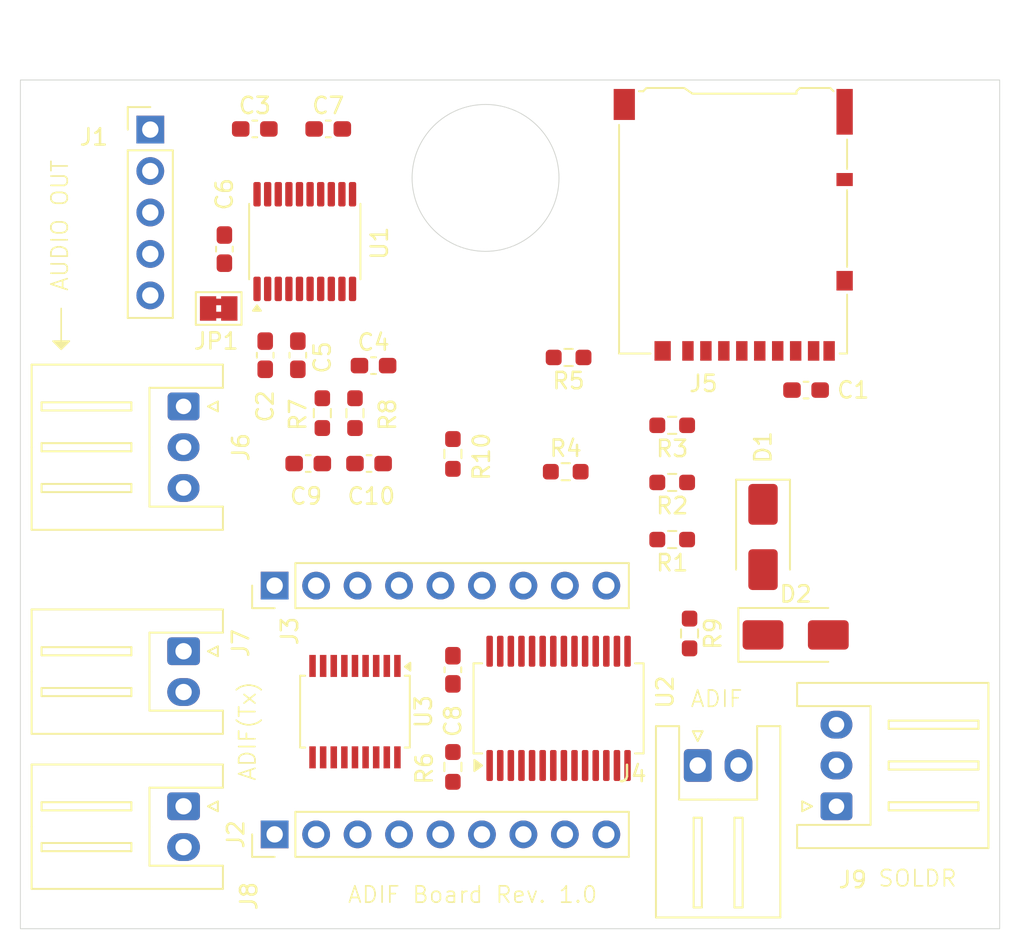
<source format=kicad_pcb>
(kicad_pcb (version 20241229) (generator "pcbnew") (generator_version "9.0")
  (layers (0 "F.Cu" signal) (2 "B.Cu" signal) (13 "F.Paste" user) (15 "B.Paste" user) (5 "F.SilkS" user "F.Silkscreen") (7 "B.SilkS" user "B.Silkscreen") (1 "F.Mask" user) (3 "B.Mask" user) (25 "Edge.Cuts" user))
  (net 0 "")
  (net 1 "+3V3")
  (net 2 "GND")
  (net 3 "GNDA")
  (net 4 "Net-(U1-VNEG)")
  (net 5 "Net-(U1-CAPP)")
  (net 6 "Net-(U1-CAPM)")
  (net 7 "Net-(U1-LDOO)")
  (net 8 "/AUDIO_OUT_L")
  (net 9 "/AUDIO_OUT_R")
  (net 10 "ACT_N")
  (net 11 "/I2S_BCLK")
  (net 12 "/I2S_LRCK")
  (net 13 "/I2S_DIN")
  (net 18 "/EXT_3SCL")
  (net 19 "/EXT_3SDA")
  (net 22 "/EXT_SPI_MISO")
  (net 23 "/EXT_SPI_SCK")
  (net 24 "/EXT_SPI_CS_N")
  (net 26 "/EXT_SPI_MOSI")
  (net 29 "Net-(J5-DAT1)")
  (net 30 "Net-(J5-DAT2)")
  (net 32 "Net-(J7-Pin_1)")
  (net 33 "Net-(J8-Pin_1)")
  (net 34 "Net-(J9-Pin_2)")
  (net 35 "Net-(J9-Pin_3)")
  (net 36 "Net-(U2-~{RESET})")
  (net 37 "Net-(U1-OUTL)")
  (net 38 "Net-(U1-OUTR)")
  (net 39 "MUTE_N")
  (net 42 "Net-(U2-GPA2)")
  (net 47 "Net-(U2-GPA4)")
  (net 56 "Net-(U2-GPA3)")
  (net 57 "Net-(U2-GPA1)")
  (footprint "Capacitor_SMD:C_0603_1608Metric_Pad1.08x0.95mm_HandSolder" (layer "F.Cu") (at 137.8625 86.5)
    (property "Reference" "C10" (at 0.1375 2 0) (layer "F.SilkS"))
    (property "Value" "2200p 50V")
    (fp_line (start -0.146267 -0.51) (end 0.146267 -0.51) (stroke (width 0.12)) (layer "F.SilkS"))
    (fp_line (start -0.146267 0.51) (end 0.146267 0.51) (stroke (width 0.12)) (layer "F.SilkS"))
    (pad "1" smd roundrect (at -0.8625 0) (size 1.075 0.95) (layers "F.Cu" "F.Mask" "F.Paste") (net 9 "/AUDIO_OUT_R"))
    (pad "2" smd roundrect (at 0.8625 0) (size 1.075 0.95) (layers "F.Cu" "F.Mask" "F.Paste") (net 3 "GNDA"))
  )
  (footprint "Package_SO:Texas_PW0020A_TSSOP-20_4.4x6.5mm_P0.65mm" (layer "F.Cu") (at 133.925 72.9 90)
    (property "Reference" "U1" (at -0.1 4.575 90) (layer "F.SilkS"))
    (property "Value" "PCM5102A")
    (fp_line (start -2.31 -3.41) (end 2.31 -3.41) (stroke (width 0.12)) (layer "F.SilkS"))
    (fp_line (start 2.31 3.41) (end -2.31 3.41) (stroke (width 0.12)) (layer "F.SilkS"))
    (fp_poly (pts (xy -3.91 -2.93) (xy -4.24 -2.69) (xy -4.24 -3.17)) (stroke (width 0.12)) (fill yes) (layer "F.SilkS"))
    (pad "1" smd roundrect (at -2.9 -2.925 90) (size 1.5 0.45) (layers "F.Cu" "F.Mask" "F.Paste") (net 1 "+3V3"))
    (pad "2" smd roundrect (at -2.9 -2.275 90) (size 1.5 0.45) (layers "F.Cu" "F.Mask" "F.Paste") (net 5 "Net-(U1-CAPP)"))
    (pad "3" smd roundrect (at -2.9 -1.625 90) (size 1.5 0.45) (layers "F.Cu" "F.Mask" "F.Paste") (net 3 "GNDA"))
    (pad "4" smd roundrect (at -2.9 -0.975 90) (size 1.5 0.45) (layers "F.Cu" "F.Mask" "F.Paste") (net 6 "Net-(U1-CAPM)"))
    (pad "5" smd roundrect (at -2.9 -0.325 90) (size 1.5 0.45) (layers "F.Cu" "F.Mask" "F.Paste") (net 4 "Net-(U1-VNEG)"))
    (pad "6" smd roundrect (at -2.9 0.325 90) (size 1.5 0.45) (layers "F.Cu" "F.Mask" "F.Paste") (net 37 "Net-(U1-OUTL)"))
    (pad "7" smd roundrect (at -2.9 0.975 90) (size 1.5 0.45) (layers "F.Cu" "F.Mask" "F.Paste") (net 38 "Net-(U1-OUTR)"))
    (pad "8" smd roundrect (at -2.9 1.625 90) (size 1.5 0.45) (layers "F.Cu" "F.Mask" "F.Paste") (net 1 "+3V3"))
    (pad "9" smd roundrect (at -2.9 2.275 90) (size 1.5 0.45) (layers "F.Cu" "F.Mask" "F.Paste") (net 3 "GNDA"))
    (pad "10" smd roundrect (at -2.9 2.925 90) (size 1.5 0.45) (layers "F.Cu" "F.Mask" "F.Paste") (net 3 "GNDA"))
    (pad "11" smd roundrect (at 2.9 2.925 90) (size 1.5 0.45) (layers "F.Cu" "F.Mask" "F.Paste") (net 3 "GNDA"))
    (pad "12" smd roundrect (at 2.9 2.275 90) (size 1.5 0.45) (layers "F.Cu" "F.Mask" "F.Paste") (net 3 "GNDA"))
    (pad "13" smd roundrect (at 2.9 1.625 90) (size 1.5 0.45) (layers "F.Cu" "F.Mask" "F.Paste") (net 11 "/I2S_BCLK"))
    (pad "14" smd roundrect (at 2.9 0.975 90) (size 1.5 0.45) (layers "F.Cu" "F.Mask" "F.Paste") (net 13 "/I2S_DIN"))
    (pad "15" smd roundrect (at 2.9 0.325 90) (size 1.5 0.45) (layers "F.Cu" "F.Mask" "F.Paste") (net 12 "/I2S_LRCK"))
    (pad "16" smd roundrect (at 2.9 -0.325 90) (size 1.5 0.45) (layers "F.Cu" "F.Mask" "F.Paste") (net 3 "GNDA"))
    (pad "17" smd roundrect (at 2.9 -0.975 90) (size 1.5 0.45) (layers "F.Cu" "F.Mask" "F.Paste") (net 39 "MUTE_N"))
    (pad "18" smd roundrect (at 2.9 -1.625 90) (size 1.5 0.45) (layers "F.Cu" "F.Mask" "F.Paste") (net 7 "Net-(U1-LDOO)"))
    (pad "19" smd roundrect (at 2.9 -2.275 90) (size 1.5 0.45) (layers "F.Cu" "F.Mask" "F.Paste") (net 3 "GNDA"))
    (pad "20" smd roundrect (at 2.9 -2.925 90) (size 1.5 0.45) (layers "F.Cu" "F.Mask" "F.Paste") (net 1 "+3V3"))
  )
  (footprint "Connector_PinHeader_2.54mm:PinHeader_1x05_P2.54mm_Vertical" (layer "F.Cu") (at 124.46 66.04)
    (property "Reference" "J1" (at -3.46 0.46 0) (layer "F.SilkS"))
    (property "Value" "Conn_01x05")
    (fp_line (start -1.38 -1.38) (end 0 -1.38) (stroke (width 0.12)) (layer "F.SilkS"))
    (fp_line (start -1.38 0) (end -1.38 -1.38) (stroke (width 0.12)) (layer "F.SilkS"))
    (fp_line (start -1.38 1.27) (end -1.38 11.54) (stroke (width 0.12)) (layer "F.SilkS"))
    (fp_line (start -1.38 1.27) (end 1.38 1.27) (stroke (width 0.12)) (layer "F.SilkS"))
    (fp_line (start -1.38 11.54) (end 1.38 11.54) (stroke (width 0.12)) (layer "F.SilkS"))
    (fp_line (start 1.38 1.27) (end 1.38 11.54) (stroke (width 0.12)) (layer "F.SilkS"))
    (pad "1" thru_hole rect (at 0 0) (size 1.7 1.7) (drill 1) (layers "*.Cu" "*.Mask") (net 1 "+3V3"))
    (pad "2" thru_hole circle (at 0 2.54) (size 1.7 1.7) (drill 1) (layers "*.Cu" "*.Mask") (net 2 "GND"))
    (pad "3" thru_hole circle (at 0 5.08) (size 1.7 1.7) (drill 1) (layers "*.Cu" "*.Mask") (net 11 "/I2S_BCLK"))
    (pad "4" thru_hole circle (at 0 7.62) (size 1.7 1.7) (drill 1) (layers "*.Cu" "*.Mask") (net 13 "/I2S_DIN"))
    (pad "5" thru_hole circle (at 0 10.16) (size 1.7 1.7) (drill 1) (layers "*.Cu" "*.Mask") (net 12 "/I2S_LRCK"))
  )
  (footprint "Capacitor_SMD:C_0603_1608Metric_Pad1.08x0.95mm_HandSolder" (layer "F.Cu") (at 133.5 79.8625 -90)
    (property "Reference" "C5" (at 0.1375 -1.5 90) (layer "F.SilkS"))
    (property "Value" "2.2u 50V")
    (fp_line (start -0.146267 0.51) (end 0.146267 0.51) (stroke (width 0.12)) (layer "F.SilkS"))
    (fp_line (start -0.146267 -0.51) (end 0.146267 -0.51) (stroke (width 0.12)) (layer "F.SilkS"))
    (pad "1" smd roundrect (at -0.8625 0 270) (size 1.075 0.95) (layers "F.Cu" "F.Mask" "F.Paste") (net 4 "Net-(U1-VNEG)"))
    (pad "2" smd roundrect (at 0.8625 0 270) (size 1.075 0.95) (layers "F.Cu" "F.Mask" "F.Paste") (net 3 "GNDA"))
  )
  (footprint "Connector_JST:JST_XH_S2B-XH-A_1x02_P2.50mm_Horizontal" (layer "F.Cu") (at 126.5 98 -90)
    (property "Reference" "J7" (at -0.5 -3.5 90) (layer "F.SilkS"))
    (property "Value" "S2B-XH-A")
    (fp_line (start -2.56 9.31) (end -2.56 -2.41) (stroke (width 0.12)) (layer "F.SilkS"))
    (fp_line (start 1.25 9.31) (end -2.56 9.31) (stroke (width 0.12)) (layer "F.SilkS"))
    (fp_line (start 1.25 9.31) (end 5.06 9.31) (stroke (width 0.12)) (layer "F.SilkS"))
    (fp_line (start 5.06 9.31) (end 5.06 -2.41) (stroke (width 0.12)) (layer "F.SilkS"))
    (fp_line (start -0.25 8.7) (end 0.25 8.7) (stroke (width 0.12)) (layer "F.SilkS"))
    (fp_line (start 0.25 8.7) (end 0.25 3.2) (stroke (width 0.12)) (layer "F.SilkS"))
    (fp_line (start 2.25 8.7) (end 2.75 8.7) (stroke (width 0.12)) (layer "F.SilkS"))
    (fp_line (start 2.75 8.7) (end 2.75 3.2) (stroke (width 0.12)) (layer "F.SilkS"))
    (fp_line (start -0.25 3.2) (end -0.25 8.7) (stroke (width 0.12)) (layer "F.SilkS"))
    (fp_line (start 0.25 3.2) (end -0.25 3.2) (stroke (width 0.12)) (layer "F.SilkS"))
    (fp_line (start 2.25 3.2) (end 2.25 8.7) (stroke (width 0.12)) (layer "F.SilkS"))
    (fp_line (start 2.75 3.2) (end 2.25 3.2) (stroke (width 0.12)) (layer "F.SilkS"))
    (fp_line (start -1.14 2.09) (end 1.25 2.09) (stroke (width 0.12)) (layer "F.SilkS"))
    (fp_line (start 3.64 2.09) (end 1.25 2.09) (stroke (width 0.12)) (layer "F.SilkS"))
    (fp_line (start 0 -1.5) (end -0.3 -2.1) (stroke (width 0.12)) (layer "F.SilkS"))
    (fp_line (start -0.3 -2.1) (end 0.3 -2.1) (stroke (width 0.12)) (layer "F.SilkS"))
    (fp_line (start 0.3 -2.1) (end 0 -1.5) (stroke (width 0.12)) (layer "F.SilkS"))
    (fp_line (start -2.56 -2.41) (end -1.14 -2.41) (stroke (width 0.12)) (layer "F.SilkS"))
    (fp_line (start -1.14 -2.41) (end -1.14 2.09) (stroke (width 0.12)) (layer "F.SilkS"))
    (fp_line (start 3.64 -2.41) (end 3.64 2.09) (stroke (width 0.12)) (layer "F.SilkS"))
    (fp_line (start 5.06 -2.41) (end 3.64 -2.41) (stroke (width 0.12)) (layer "F.SilkS"))
    (pad "1" thru_hole roundrect (at 0 0 270) (size 1.7 2) (drill 1) (layers "*.Cu" "*.Mask") (roundrect_rratio 0.147059) (net 32 "Net-(J7-Pin_1)"))
    (pad "2" thru_hole oval (at 2.5 0 270) (size 1.7 2) (drill 1) (layers "*.Cu" "*.Mask") (net 2 "GND"))
  )
  (footprint "Resistor_SMD:R_0603_1608Metric_Pad0.98x0.95mm_HandSolder" (layer "F.Cu") (at 157.5 96.9125 -90)
    (property "Reference" "R9" (at 0 -1.43 90) (layer "F.SilkS"))
    (property "Value" "10k")
    (fp_line (start -0.254724 0.5225) (end 0.254724 0.5225) (stroke (width 0.12)) (layer "F.SilkS"))
    (fp_line (start -0.254724 -0.5225) (end 0.254724 -0.5225) (stroke (width 0.12)) (layer "F.SilkS"))
    (pad "1" smd roundrect (at -0.9125 0 270) (size 0.975 0.95) (layers "F.Cu" "F.Mask" "F.Paste") (net 1 "+3V3"))
    (pad "2" smd roundrect (at 0.9125 0 270) (size 0.975 0.95) (layers "F.Cu" "F.Mask" "F.Paste") (net 10 "ACT_N"))
  )
  (footprint "Capacitor_SMD:C_0603_1608Metric_Pad1.08x0.95mm_HandSolder" (layer "F.Cu") (at 138.1375 80.5)
    (property "Reference" "C4" (at 0 -1.43 0) (layer "F.SilkS"))
    (property "Value" "0.1u 50V")
    (fp_line (start -0.146267 -0.51) (end 0.146267 -0.51) (stroke (width 0.12)) (layer "F.SilkS"))
    (fp_line (start -0.146267 0.51) (end 0.146267 0.51) (stroke (width 0.12)) (layer "F.SilkS"))
    (pad "1" smd roundrect (at -0.8625 0) (size 1.075 0.95) (layers "F.Cu" "F.Mask" "F.Paste") (net 1 "+3V3"))
    (pad "2" smd roundrect (at 0.8625 0) (size 1.075 0.95) (layers "F.Cu" "F.Mask" "F.Paste") (net 2 "GND"))
  )
  (footprint "Resistor_SMD:R_0603_1608Metric_Pad0.98x0.95mm_HandSolder" (layer "F.Cu") (at 156.435 91.157776 180)
    (property "Reference" "R1" (at 0 -1.43 0) (layer "F.SilkS"))
    (property "Value" "10k")
    (fp_line (start -0.254724 0.5225) (end 0.254724 0.5225) (stroke (width 0.12)) (layer "F.SilkS"))
    (fp_line (start -0.254724 -0.5225) (end 0.254724 -0.5225) (stroke (width 0.12)) (layer "F.SilkS"))
    (pad "1" smd roundrect (at -0.9125 0 180) (size 0.975 0.95) (layers "F.Cu" "F.Mask" "F.Paste") (net 1 "+3V3"))
    (pad "2" smd roundrect (at 0.9125 0 180) (size 0.975 0.95) (layers "F.Cu" "F.Mask" "F.Paste") (net 22 "/EXT_SPI_MISO"))
  )
  (footprint "Connector_JST:JST_XH_S2B-XH-A_1x02_P2.50mm_Horizontal" (layer "F.Cu") (at 126.5 107.5 -90)
    (property "Reference" "J8" (at 5.5 -4 90) (layer "F.SilkS"))
    (property "Value" "S2B-XH-A")
    (fp_line (start -2.56 9.31) (end -2.56 -2.41) (stroke (width 0.12)) (layer "F.SilkS"))
    (fp_line (start 1.25 9.31) (end -2.56 9.31) (stroke (width 0.12)) (layer "F.SilkS"))
    (fp_line (start 1.25 9.31) (end 5.06 9.31) (stroke (width 0.12)) (layer "F.SilkS"))
    (fp_line (start 5.06 9.31) (end 5.06 -2.41) (stroke (width 0.12)) (layer "F.SilkS"))
    (fp_line (start -0.25 8.7) (end 0.25 8.7) (stroke (width 0.12)) (layer "F.SilkS"))
    (fp_line (start 0.25 8.7) (end 0.25 3.2) (stroke (width 0.12)) (layer "F.SilkS"))
    (fp_line (start 2.25 8.7) (end 2.75 8.7) (stroke (width 0.12)) (layer "F.SilkS"))
    (fp_line (start 2.75 8.7) (end 2.75 3.2) (stroke (width 0.12)) (layer "F.SilkS"))
    (fp_line (start -0.25 3.2) (end -0.25 8.7) (stroke (width 0.12)) (layer "F.SilkS"))
    (fp_line (start 0.25 3.2) (end -0.25 3.2) (stroke (width 0.12)) (layer "F.SilkS"))
    (fp_line (start 2.25 3.2) (end 2.25 8.7) (stroke (width 0.12)) (layer "F.SilkS"))
    (fp_line (start 2.75 3.2) (end 2.25 3.2) (stroke (width 0.12)) (layer "F.SilkS"))
    (fp_line (start -1.14 2.09) (end 1.25 2.09) (stroke (width 0.12)) (layer "F.SilkS"))
    (fp_line (start 3.64 2.09) (end 1.25 2.09) (stroke (width 0.12)) (layer "F.SilkS"))
    (fp_line (start 0 -1.5) (end -0.3 -2.1) (stroke (width 0.12)) (layer "F.SilkS"))
    (fp_line (start -0.3 -2.1) (end 0.3 -2.1) (stroke (width 0.12)) (layer "F.SilkS"))
    (fp_line (start 0.3 -2.1) (end 0 -1.5) (stroke (width 0.12)) (layer "F.SilkS"))
    (fp_line (start -2.56 -2.41) (end -1.14 -2.41) (stroke (width 0.12)) (layer "F.SilkS"))
    (fp_line (start -1.14 -2.41) (end -1.14 2.09) (stroke (width 0.12)) (layer "F.SilkS"))
    (fp_line (start 3.64 -2.41) (end 3.64 2.09) (stroke (width 0.12)) (layer "F.SilkS"))
    (fp_line (start 5.06 -2.41) (end 3.64 -2.41) (stroke (width 0.12)) (layer "F.SilkS"))
    (pad "1" thru_hole roundrect (at 0 0 270) (size 1.7 2) (drill 1) (layers "*.Cu" "*.Mask") (roundrect_rratio 0.147059) (net 33 "Net-(J8-Pin_1)"))
    (pad "2" thru_hole oval (at 2.5 0 270) (size 1.7 2) (drill 1) (layers "*.Cu" "*.Mask") (net 2 "GND"))
  )
  (footprint "Connector_JST:JST_XH_S3B-XH-A_1x03_P2.50mm_Horizontal" (layer "F.Cu") (at 166.5 107.5 90)
    (property "Reference" "J9" (at -4.5 1 180) (layer "F.SilkS"))
    (property "Value" "S3B-XH-A")
    (fp_line (start 7.56 -2.41) (end 6.14 -2.41) (stroke (width 0.12)) (layer "F.SilkS"))
    (fp_line (start 6.14 -2.41) (end 6.14 2.09) (stroke (width 0.12)) (layer "F.SilkS"))
    (fp_line (start -1.14 -2.41) (end -1.14 2.09) (stroke (width 0.12)) (layer "F.SilkS"))
    (fp_line (start -2.56 -2.41) (end -1.14 -2.41) (stroke (width 0.12)) (layer "F.SilkS"))
    (fp_line (start 0.3 -2.1) (end 0 -1.5) (stroke (width 0.12)) (layer "F.SilkS"))
    (fp_line (start -0.3 -2.1) (end 0.3 -2.1) (stroke (width 0.12)) (layer "F.SilkS"))
    (fp_line (start 0 -1.5) (end -0.3 -2.1) (stroke (width 0.12)) (layer "F.SilkS"))
    (fp_line (start 6.14 2.09) (end 2.5 2.09) (stroke (width 0.12)) (layer "F.SilkS"))
    (fp_line (start -1.14 2.09) (end 2.5 2.09) (stroke (width 0.12)) (layer "F.SilkS"))
    (fp_line (start 5.25 3.2) (end 4.75 3.2) (stroke (width 0.12)) (layer "F.SilkS"))
    (fp_line (start 4.75 3.2) (end 4.75 8.7) (stroke (width 0.12)) (layer "F.SilkS"))
    (fp_line (start 2.75 3.2) (end 2.25 3.2) (stroke (width 0.12)) (layer "F.SilkS"))
    (fp_line (start 2.25 3.2) (end 2.25 8.7) (stroke (width 0.12)) (layer "F.SilkS"))
    (fp_line (start 0.25 3.2) (end -0.25 3.2) (stroke (width 0.12)) (layer "F.SilkS"))
    (fp_line (start -0.25 3.2) (end -0.25 8.7) (stroke (width 0.12)) (layer "F.SilkS"))
    (fp_line (start 5.25 8.7) (end 5.25 3.2) (stroke (width 0.12)) (layer "F.SilkS"))
    (fp_line (start 4.75 8.7) (end 5.25 8.7) (stroke (width 0.12)) (layer "F.SilkS"))
    (fp_line (start 2.75 8.7) (end 2.75 3.2) (stroke (width 0.12)) (layer "F.SilkS"))
    (fp_line (start 2.25 8.7) (end 2.75 8.7) (stroke (width 0.12)) (layer "F.SilkS"))
    (fp_line (start 0.25 8.7) (end 0.25 3.2) (stroke (width 0.12)) (layer "F.SilkS"))
    (fp_line (start -0.25 8.7) (end 0.25 8.7) (stroke (width 0.12)) (layer "F.SilkS"))
    (fp_line (start 7.56 9.31) (end 7.56 -2.41) (stroke (width 0.12)) (layer "F.SilkS"))
    (fp_line (start 2.5 9.31) (end 7.56 9.31) (stroke (width 0.12)) (layer "F.SilkS"))
    (fp_line (start 2.5 9.31) (end -2.56 9.31) (stroke (width 0.12)) (layer "F.SilkS"))
    (fp_line (start -2.56 9.31) (end -2.56 -2.41) (stroke (width 0.12)) (layer "F.SilkS"))
    (pad "1" thru_hole roundrect (at 0 0 90) (size 1.7 1.95) (drill 0.95) (layers "*.Cu" "*.Mask") (roundrect_rratio 0.147059) (net 1 "+3V3"))
    (pad "2" thru_hole oval (at 2.5 0 90) (size 1.7 1.95) (drill 0.95) (layers "*.Cu" "*.Mask") (net 34 "Net-(J9-Pin_2)"))
    (pad "3" thru_hole oval (at 5 0 90) (size 1.7 1.95) (drill 0.95) (layers "*.Cu" "*.Mask") (net 35 "Net-(J9-Pin_3)"))
  )
  (footprint "Capacitor_SMD:C_0603_1608Metric_Pad1.08x0.95mm_HandSolder" (layer "F.Cu") (at 143 99.1375 -90)
    (property "Reference" "C8" (at 3.1375 0 90) (layer "F.SilkS"))
    (property "Value" "0.1u 50V")
    (fp_line (start -0.146267 0.51) (end 0.146267 0.51) (stroke (width 0.12)) (layer "F.SilkS"))
    (fp_line (start -0.146267 -0.51) (end 0.146267 -0.51) (stroke (width 0.12)) (layer "F.SilkS"))
    (pad "1" smd roundrect (at -0.8625 0 270) (size 1.075 0.95) (layers "F.Cu" "F.Mask" "F.Paste") (net 2 "GND"))
    (pad "2" smd roundrect (at 0.8625 0 270) (size 1.075 0.95) (layers "F.Cu" "F.Mask" "F.Paste") (net 1 "+3V3"))
  )
  (footprint "Capacitor_SMD:C_0603_1608Metric_Pad1.08x0.95mm_HandSolder" (layer "F.Cu") (at 134.1375 86.5 180)
    (property "Reference" "C9" (at 0.1375 -2 0) (layer "F.SilkS"))
    (property "Value" "2200p 50V")
    (fp_line (start -0.146267 0.51) (end 0.146267 0.51) (stroke (width 0.12)) (layer "F.SilkS"))
    (fp_line (start -0.146267 -0.51) (end 0.146267 -0.51) (stroke (width 0.12)) (layer "F.SilkS"))
    (pad "1" smd roundrect (at -0.8625 0 180) (size 1.075 0.95) (layers "F.Cu" "F.Mask" "F.Paste") (net 8 "/AUDIO_OUT_L"))
    (pad "2" smd roundrect (at 0.8625 0 180) (size 1.075 0.95) (layers "F.Cu" "F.Mask" "F.Paste") (net 3 "GNDA"))
  )
  (footprint "Resistor_SMD:R_0603_1608Metric_Pad0.98x0.95mm_HandSolder" (layer "F.Cu") (at 143 105.0875 -90)
    (property "Reference" "R6" (at 0.0875 1.75 90) (layer "F.SilkS"))
    (property "Value" "10k")
    (fp_line (start -0.254724 0.5225) (end 0.254724 0.5225) (stroke (width 0.12)) (layer "F.SilkS"))
    (fp_line (start -0.254724 -0.5225) (end 0.254724 -0.5225) (stroke (width 0.12)) (layer "F.SilkS"))
    (pad "1" smd roundrect (at -0.9125 0 270) (size 0.975 0.95) (layers "F.Cu" "F.Mask" "F.Paste") (net 1 "+3V3"))
    (pad "2" smd roundrect (at 0.9125 0 270) (size 0.975 0.95) (layers "F.Cu" "F.Mask" "F.Paste") (net 36 "Net-(U2-~{RESET})"))
  )
  (footprint "Capacitor_SMD:C_0603_1608Metric_Pad1.08x0.95mm_HandSolder" (layer "F.Cu") (at 129 73.3625 -90)
    (property "Reference" "C6" (at -3.3625 0 90) (layer "F.SilkS"))
    (property "Value" "2.2u 50V")
    (fp_line (start -0.146267 0.51) (end 0.146267 0.51) (stroke (width 0.12)) (layer "F.SilkS"))
    (fp_line (start -0.146267 -0.51) (end 0.146267 -0.51) (stroke (width 0.12)) (layer "F.SilkS"))
    (pad "1" smd roundrect (at -0.8625 0 270) (size 1.075 0.95) (layers "F.Cu" "F.Mask" "F.Paste") (net 6 "Net-(U1-CAPM)"))
    (pad "2" smd roundrect (at 0.8625 0 270) (size 1.075 0.95) (layers "F.Cu" "F.Mask" "F.Paste") (net 5 "Net-(U1-CAPP)"))
  )
  (footprint "Resistor_SMD:R_0603_1608Metric_Pad0.98x0.95mm_HandSolder" (layer "F.Cu") (at 143 85.9125 -90)
    (property "Reference" "R10" (at 0.1625 -1.75 90) (layer "F.SilkS"))
    (property "Value" "10k")
    (fp_line (start -0.254724 0.5225) (end 0.254724 0.5225) (stroke (width 0.12)) (layer "F.SilkS"))
    (fp_line (start -0.254724 -0.5225) (end 0.254724 -0.5225) (stroke (width 0.12)) (layer "F.SilkS"))
    (pad "1" smd roundrect (at -0.9125 0 270) (size 0.975 0.95) (layers "F.Cu" "F.Mask" "F.Paste") (net 1 "+3V3"))
    (pad "2" smd roundrect (at 0.9125 0 270) (size 0.975 0.95) (layers "F.Cu" "F.Mask" "F.Paste") (net 39 "MUTE_N"))
  )
  (footprint "Resistor_SMD:R_0603_1608Metric_Pad0.98x0.95mm_HandSolder" (layer "F.Cu") (at 135 83.4125 -90)
    (property "Reference" "R7" (at 0.0875 1.5 90) (layer "F.SilkS"))
    (property "Value" "470")
    (fp_line (start -0.254724 0.5225) (end 0.254724 0.5225) (stroke (width 0.12)) (layer "F.SilkS"))
    (fp_line (start -0.254724 -0.5225) (end 0.254724 -0.5225) (stroke (width 0.12)) (layer "F.SilkS"))
    (pad "1" smd roundrect (at -0.9125 0 270) (size 0.975 0.95) (layers "F.Cu" "F.Mask" "F.Paste") (net 37 "Net-(U1-OUTL)"))
    (pad "2" smd roundrect (at 0.9125 0 270) (size 0.975 0.95) (layers "F.Cu" "F.Mask" "F.Paste") (net 8 "/AUDIO_OUT_L"))
  )
  (footprint "Package_SO:SSOP-28_5.3x10.2mm_P0.65mm" (layer "F.Cu") (at 149.475 101.5 90)
    (property "Reference" "U2" (at 1 6.525 90) (layer "F.SilkS"))
    (property "Value" "MCP23017_SS")
    (fp_line (start 2.76 -5.21) (end 2.76 -4.685) (stroke (width 0.12)) (layer "F.SilkS"))
    (fp_line (start -2.76 -5.21) (end 2.76 -5.21) (stroke (width 0.12)) (layer "F.SilkS"))
    (fp_line (start -2.76 -4.685) (end -2.76 -5.21) (stroke (width 0.12)) (layer "F.SilkS"))
    (fp_line (start 2.76 4.685) (end 2.76 5.21) (stroke (width 0.12)) (layer "F.SilkS"))
    (fp_line (start 2.76 5.21) (end -2.76 5.21) (stroke (width 0.12)) (layer "F.SilkS"))
    (fp_line (start -2.76 5.21) (end -2.76 4.685) (stroke (width 0.12)) (layer "F.SilkS"))
    (fp_poly (pts (xy -3.5 -4.69) (xy -3.84 -5.16) (xy -3.16 -5.16)) (stroke (width 0.12)) (fill yes) (layer "F.SilkS"))
    (pad "1" smd roundrect (at -3.5 -4.225 90) (size 1.9 0.4) (layers "F.Cu" "F.Mask" "F.Paste") (net 10 "ACT_N"))
    (pad "2" smd roundrect (at -3.5 -3.575 90) (size 1.9 0.4) (layers "F.Cu" "F.Mask" "F.Paste"))
    (pad "3" smd roundrect (at -3.5 -2.925 90) (size 1.9 0.4) (layers "F.Cu" "F.Mask" "F.Paste"))
    (pad "4" smd roundrect (at -3.5 -2.275 90) (size 1.9 0.4) (layers "F.Cu" "F.Mask" "F.Paste"))
    (pad "5" smd roundrect (at -3.5 -1.625 90) (size 1.9 0.4) (layers "F.Cu" "F.Mask" "F.Paste"))
    (pad "6" smd roundrect (at -3.5 -0.975 90) (size 1.9 0.4) (layers "F.Cu" "F.Mask" "F.Paste"))
    (pad "7" smd roundrect (at -3.5 -0.325 90) (size 1.9 0.4) (layers "F.Cu" "F.Mask" "F.Paste"))
    (pad "8" smd roundrect (at -3.5 0.325 90) (size 1.9 0.4) (layers "F.Cu" "F.Mask" "F.Paste"))
    (pad "9" smd roundrect (at -3.5 0.975 90) (size 1.9 0.4) (layers "F.Cu" "F.Mask" "F.Paste") (net 1 "+3V3"))
    (pad "10" smd roundrect (at -3.5 1.625 90) (size 1.9 0.4) (layers "F.Cu" "F.Mask" "F.Paste") (net 2 "GND"))
    (pad "11" smd roundrect (at -3.5 2.275 90) (size 1.9 0.4) (layers "F.Cu" "F.Mask" "F.Paste"))
    (pad "12" smd roundrect (at -3.5 2.925 90) (size 1.9 0.4) (layers "F.Cu" "F.Mask" "F.Paste") (net 19 "/EXT_3SDA"))
    (pad "13" smd roundrect (at -3.5 3.575 90) (size 1.9 0.4) (layers "F.Cu" "F.Mask" "F.Paste") (net 18 "/EXT_3SCL"))
    (pad "14" smd roundrect (at -3.5 4.225 90) (size 1.9 0.4) (layers "F.Cu" "F.Mask" "F.Paste"))
    (pad "15" smd roundrect (at 3.5 4.225 90) (size 1.9 0.4) (layers "F.Cu" "F.Mask" "F.Paste") (net 2 "GND"))
    (pad "16" smd roundrect (at 3.5 3.575 90) (size 1.9 0.4) (layers "F.Cu" "F.Mask" "F.Paste") (net 2 "GND"))
    (pad "17" smd roundrect (at 3.5 2.925 90) (size 1.9 0.4) (layers "F.Cu" "F.Mask" "F.Paste") (net 2 "GND"))
    (pad "18" smd roundrect (at 3.5 2.275 90) (size 1.9 0.4) (layers "F.Cu" "F.Mask" "F.Paste") (net 36 "Net-(U2-~{RESET})"))
    (pad "19" smd roundrect (at 3.5 1.625 90) (size 1.9 0.4) (layers "F.Cu" "F.Mask" "F.Paste"))
    (pad "20" smd roundrect (at 3.5 0.975 90) (size 1.9 0.4) (layers "F.Cu" "F.Mask" "F.Paste"))
    (pad "21" smd roundrect (at 3.5 0.325 90) (size 1.9 0.4) (layers "F.Cu" "F.Mask" "F.Paste") (net 39 "MUTE_N"))
    (pad "22" smd roundrect (at 3.5 -0.325 90) (size 1.9 0.4) (layers "F.Cu" "F.Mask" "F.Paste") (net 57 "Net-(U2-GPA1)"))
    (pad "23" smd roundrect (at 3.5 -0.975 90) (size 1.9 0.4) (layers "F.Cu" "F.Mask" "F.Paste") (net 42 "Net-(U2-GPA2)"))
    (pad "24" smd roundrect (at 3.5 -1.625 90) (size 1.9 0.4) (layers "F.Cu" "F.Mask" "F.Paste") (net 56 "Net-(U2-GPA3)"))
    (pad "25" smd roundrect (at 3.5 -2.275 90) (size 1.9 0.4) (layers "F.Cu" "F.Mask" "F.Paste") (net 47 "Net-(U2-GPA4)"))
    (pad "26" smd roundrect (at 3.5 -2.925 90) (size 1.9 0.4) (layers "F.Cu" "F.Mask" "F.Paste"))
    (pad "27" smd roundrect (at 3.5 -3.575 90) (size 1.9 0.4) (layers "F.Cu" "F.Mask" "F.Paste"))
    (pad "28" smd roundrect (at 3.5 -4.225 90) (size 1.9 0.4) (layers "F.Cu" "F.Mask" "F.Paste"))
  )
  (footprint "Resistor_SMD:R_0603_1608Metric_Pad0.98x0.95mm_HandSolder" (layer "F.Cu") (at 150.0875 80 180)
    (property "Reference" "R5" (at 0 -1.43 0) (layer "F.SilkS"))
    (property "Value" "10k")
    (fp_line (start -0.254724 0.5225) (end 0.254724 0.5225) (stroke (width 0.12)) (layer "F.SilkS"))
    (fp_line (start -0.254724 -0.5225) (end 0.254724 -0.5225) (stroke (width 0.12)) (layer "F.SilkS"))
    (pad "1" smd roundrect (at -0.9125 0 180) (size 0.975 0.95) (layers "F.Cu" "F.Mask" "F.Paste") (net 1 "+3V3"))
    (pad "2" smd roundrect (at 0.9125 0 180) (size 0.975 0.95) (layers "F.Cu" "F.Mask" "F.Paste") (net 29 "Net-(J5-DAT1)"))
  )
  (footprint "Resistor_SMD:R_0603_1608Metric_Pad0.98x0.95mm_HandSolder" (layer "F.Cu") (at 156.435 87.657776 180)
    (property "Reference" "R2" (at 0 -1.43 0) (layer "F.SilkS"))
    (property "Value" "10k")
    (fp_line (start -0.254724 0.5225) (end 0.254724 0.5225) (stroke (width 0.12)) (layer "F.SilkS"))
    (fp_line (start -0.254724 -0.5225) (end 0.254724 -0.5225) (stroke (width 0.12)) (layer "F.SilkS"))
    (pad "1" smd roundrect (at -0.9125 0 180) (size 0.975 0.95) (layers "F.Cu" "F.Mask" "F.Paste") (net 1 "+3V3"))
    (pad "2" smd roundrect (at 0.9125 0 180) (size 0.975 0.95) (layers "F.Cu" "F.Mask" "F.Paste") (net 26 "/EXT_SPI_MOSI"))
  )
  (footprint "Connector_PinHeader_2.54mm:PinHeader_1x09_P2.54mm_Vertical" (layer "F.Cu") (at 132.08 109.22 90)
    (property "Reference" "J2" (at 0 -2.38 90) (layer "F.SilkS"))
    (property "Value" "1x9")
    (fp_line (start -1.38 -1.38) (end 0 -1.38) (stroke (width 0.12)) (layer "F.SilkS"))
    (fp_line (start -1.38 0) (end -1.38 -1.38) (stroke (width 0.12)) (layer "F.SilkS"))
    (fp_line (start 1.38 1.27) (end 1.38 21.7) (stroke (width 0.12)) (layer "F.SilkS"))
    (fp_line (start -1.38 1.27) (end 1.38 1.27) (stroke (width 0.12)) (layer "F.SilkS"))
    (fp_line (start -1.38 1.27) (end -1.38 21.7) (stroke (width 0.12)) (layer "F.SilkS"))
    (fp_line (start -1.38 21.7) (end 1.38 21.7) (stroke (width 0.12)) (layer "F.SilkS"))
    (pad "1" thru_hole rect (at 0 0 90) (size 1.7 1.7) (drill 1) (layers "*.Cu" "*.Mask") (net 2 "GND"))
    (pad "2" thru_hole circle (at 0 2.54 90) (size 1.7 1.7) (drill 1) (layers "*.Cu" "*.Mask"))
    (pad "3" thru_hole circle (at 0 5.08 90) (size 1.7 1.7) (drill 1) (layers "*.Cu" "*.Mask"))
    (pad "4" thru_hole circle (at 0 7.62 90) (size 1.7 1.7) (drill 1) (layers "*.Cu" "*.Mask"))
    (pad "5" thru_hole circle (at 0 10.16 90) (size 1.7 1.7) (drill 1) (layers "*.Cu" "*.Mask") (net 18 "/EXT_3SCL"))
    (pad "6" thru_hole circle (at 0 12.7 90) (size 1.7 1.7) (drill 1) (layers "*.Cu" "*.Mask") (net 19 "/EXT_3SDA"))
    (pad "7" thru_hole circle (at 0 15.24 90) (size 1.7 1.7) (drill 1) (layers "*.Cu" "*.Mask"))
    (pad "8" thru_hole circle (at 0 17.78 90) (size 1.7 1.7) (drill 1) (layers "*.Cu" "*.Mask"))
    (pad "9" thru_hole circle (at 0 20.32 90) (size 1.7 1.7) (drill 1) (layers "*.Cu" "*.Mask") (net 2 "GND"))
  )
  (footprint "Capacitor_SMD:C_0603_1608Metric_Pad1.08x0.95mm_HandSolder" (layer "F.Cu") (at 130.8625 66)
    (property "Reference" "C3" (at 0 -1.43 0) (layer "F.SilkS"))
    (property "Value" "0.1u 50V")
    (fp_line (start -0.146267 -0.51) (end 0.146267 -0.51) (stroke (width 0.12)) (layer "F.SilkS"))
    (fp_line (start -0.146267 0.51) (end 0.146267 0.51) (stroke (width 0.12)) (layer "F.SilkS"))
    (pad "1" smd roundrect (at -0.8625 0) (size 1.075 0.95) (layers "F.Cu" "F.Mask" "F.Paste") (net 1 "+3V3"))
    (pad "2" smd roundrect (at 0.8625 0) (size 1.075 0.95) (layers "F.Cu" "F.Mask" "F.Paste") (net 3 "GNDA"))
  )
  (footprint "RoboCon2025_ADIF:TBD62083A_SSOP-18_4.4x6.5mm_P0.65mm" (layer "F.Cu") (at 137 101.7 -90)
    (property "Reference" "U3" (at 0 -4.2 90) (layer "F.SilkS"))
    (property "Value" "TBD62083AFNG")
    (fp_line (start -2.2 3.36) (end 2.2 3.36) (stroke (width 0.12)) (layer "F.SilkS"))
    (fp_line (start 2.2 3.35) (end 2.2 3.05) (stroke (width 0.12)) (layer "F.SilkS"))
    (fp_line (start -2.2 3.05) (end -2.2 3.35) (stroke (width 0.12)) (layer "F.SilkS"))
    (fp_line (start -2.2 -3.05) (end -2.2 -3.35) (stroke (width 0.12)) (layer "F.SilkS"))
    (fp_line (start 2.2 -3.35) (end 2.2 -3.05) (stroke (width 0.12)) (layer "F.SilkS"))
    (fp_line (start -2.2 -3.36) (end 2.2 -3.36) (stroke (width 0.12)) (layer "F.SilkS"))
    (fp_poly (pts (xy -2.755 -3.06) (xy -2.995 -3.39) (xy -2.515 -3.39) (xy -2.755 -3.06)) (stroke (width 0.12)) (fill yes) (layer "F.SilkS"))
    (pad "1" smd rect (at -2.8 -2.6 270) (size 1.35 0.4) (layers "F.Cu" "F.Mask" "F.Paste") (net 57 "Net-(U2-GPA1)"))
    (pad "2" smd rect (at -2.8 -1.95 270) (size 1.35 0.4) (layers "F.Cu" "F.Mask" "F.Paste") (net 42 "Net-(U2-GPA2)"))
    (pad "3" smd rect (at -2.8 -1.3 270) (size 1.35 0.4) (layers "F.Cu" "F.Mask" "F.Paste") (net 56 "Net-(U2-GPA3)"))
    (pad "4" smd rect (at -2.8 -0.65 270) (size 1.35 0.4) (layers "F.Cu" "F.Mask" "F.Paste") (net 47 "Net-(U2-GPA4)"))
    (pad "5" smd rect (at -2.8 0 270) (size 1.35 0.4) (layers "F.Cu" "F.Mask" "F.Paste") (net 2 "GND"))
    (pad "6" smd rect (at -2.8 0.65 270) (size 1.35 0.4) (layers "F.Cu" "F.Mask" "F.Paste") (net 2 "GND"))
    (pad "7" smd rect (at -2.8 1.3 270) (size 1.35 0.4) (layers "F.Cu" "F.Mask" "F.Paste") (net 2 "GND"))
    (pad "8" smd rect (at -2.8 1.95 270) (size 1.35 0.4) (layers "F.Cu" "F.Mask" "F.Paste") (net 2 "GND"))
    (pad "9" smd rect (at -2.8 2.6 270) (size 1.35 0.4) (layers "F.Cu" "F.Mask" "F.Paste") (net 2 "GND"))
    (pad "10" smd rect (at 2.8 2.6 270) (size 1.35 0.4) (layers "F.Cu" "F.Mask" "F.Paste"))
    (pad "11" smd rect (at 2.8 1.95 270) (size 1.35 0.4) (layers "F.Cu" "F.Mask" "F.Paste"))
    (pad "12" smd rect (at 2.8 1.3 270) (size 1.35 0.4) (layers "F.Cu" "F.Mask" "F.Paste"))
    (pad "13" smd rect (at 2.8 0.65 270) (size 1.35 0.4) (layers "F.Cu" "F.Mask" "F.Paste"))
    (pad "14" smd rect (at 2.8 0 270) (size 1.35 0.4) (layers "F.Cu" "F.Mask" "F.Paste"))
    (pad "15" smd rect (at 2.8 -0.65 270) (size 1.35 0.4) (layers "F.Cu" "F.Mask" "F.Paste") (net 35 "Net-(J9-Pin_3)"))
    (pad "16" smd rect (at 2.8 -1.3 270) (size 1.35 0.4) (layers "F.Cu" "F.Mask" "F.Paste") (net 34 "Net-(J9-Pin_2)"))
    (pad "17" smd rect (at 2.8 -1.95 270) (size 1.35 0.4) (layers "F.Cu" "F.Mask" "F.Paste") (net 33 "Net-(J8-Pin_1)"))
    (pad "18" smd rect (at 2.8 -2.6 270) (size 1.35 0.4) (layers "F.Cu" "F.Mask" "F.Paste") (net 32 "Net-(J7-Pin_1)"))
  )
  (footprint "Capacitor_SMD:C_0603_1608Metric_Pad1.08x0.95mm_HandSolder" (layer "F.Cu") (at 135.3625 66)
    (property "Reference" "C7" (at 0 -1.43 0) (layer "F.SilkS"))
    (property "Value" "0.1u 50V")
    (fp_line (start -0.146267 -0.51) (end 0.146267 -0.51) (stroke (width 0.12)) (layer "F.SilkS"))
    (fp_line (start -0.146267 0.51) (end 0.146267 0.51) (stroke (width 0.12)) (layer "F.SilkS"))
    (pad "1" smd roundrect (at -0.8625 0) (size 1.075 0.95) (layers "F.Cu" "F.Mask" "F.Paste") (net 7 "Net-(U1-LDOO)"))
    (pad "2" smd roundrect (at 0.8625 0) (size 1.075 0.95) (layers "F.Cu" "F.Mask" "F.Paste") (net 3 "GNDA"))
  )
  (footprint "Connector_Card:microSD_HC_Hirose_DM3AT-SF-PEJM5" (layer "F.Cu") (at 160.175 71.875 180)
    (property "Reference" "J5" (at 1.825 -9.725 0) (layer "F.SilkS"))
    (property "Value" "Micro_SD_Card_Det_Hirose_DM3AT")
    (fp_line (start 6.995 -7.885) (end 6.995 6.125) (stroke (width 0.12)) (layer "F.SilkS"))
    (fp_line (start 5.515 8.185) (end 5.775 8.185) (stroke (width 0.12)) (layer "F.SilkS"))
    (fp_line (start 5.315 8.385) (end 5.515 8.185) (stroke (width 0.12)) (layer "F.SilkS"))
    (fp_line (start 5.315 8.385) (end 3.005 8.385) (stroke (width 0.12)) (layer "F.SilkS"))
    (fp_line (start 5.075 -7.885) (end 6.995 -7.885) (stroke (width 0.12)) (layer "F.SilkS"))
    (fp_line (start 3.005 8.385) (end 2.495 8.035) (stroke (width 0.12)) (layer "F.SilkS"))
    (fp_line (start -3.875 8.035) (end 2.495 8.035) (stroke (width 0.12)) (layer "F.SilkS"))
    (fp_line (start -3.875 8.035) (end -3.875 8.185) (stroke (width 0.12)) (layer "F.SilkS"))
    (fp_line (start -4.085 8.385) (end -3.875 8.185) (stroke (width 0.12)) (layer "F.SilkS"))
    (fp_line (start -5.945 8.385) (end -4.085 8.385) (stroke (width 0.12)) (layer "F.SilkS"))
    (fp_line (start -5.945 8.385) (end -6.145 8.185) (stroke (width 0.12)) (layer "F.SilkS"))
    (fp_line (start -6.525 -7.885) (end -6.975 -7.885) (stroke (width 0.12)) (layer "F.SilkS"))
    (fp_line (start -6.975 3.425) (end -6.975 5.225) (stroke (width 0.12)) (layer "F.SilkS"))
    (fp_line (start -6.975 -2.575) (end -6.975 2.125) (stroke (width 0.12)) (layer "F.SilkS"))
    (fp_line (start -6.975 -7.885) (end -6.975 -4.275) (stroke (width 0.12)) (layer "F.SilkS"))
    (pad "1" smd rect (at 2.775 -7.725 180) (size 0.7 1.2) (layers "F.Cu" "F.Mask" "F.Paste") (net 30 "Net-(J5-DAT2)"))
    (pad "2" smd rect (at 1.675 -7.725 180) (size 0.7 1.2) (layers "F.Cu" "F.Mask" "F.Paste") (net 24 "/EXT_SPI_CS_N"))
    (pad "3" smd rect (at 0.575 -7.725 180) (size 0.7 1.2) (layers "F.Cu" "F.Mask" "F.Paste") (net 26 "/EXT_SPI_MOSI"))
    (pad "4" smd rect (at -0.525 -7.725 180) (size 0.7 1.2) (layers "F.Cu" "F.Mask" "F.Paste") (net 1 "+3V3"))
    (pad "5" smd rect (at -1.625 -7.725 180) (size 0.7 1.2) (layers "F.Cu" "F.Mask" "F.Paste") (net 23 "/EXT_SPI_SCK"))
    (pad "6" smd rect (at -2.725 -7.725 180) (size 0.7 1.2) (layers "F.Cu" "F.Mask" "F.Paste") (net 2 "GND"))
    (pad "7" smd rect (at -3.825 -7.725 180) (size 0.7 1.2) (layers "F.Cu" "F.Mask" "F.Paste") (net 22 "/EXT_SPI_MISO"))
    (pad "8" smd rect (at -4.925 -7.725 180) (size 0.7 1.2) (layers "F.Cu" "F.Mask" "F.Paste") (net 29 "Net-(J5-DAT1)"))
    (pad "9" smd rect (at -5.875 -7.725 180) (size 0.7 1.2) (layers "F.Cu" "F.Mask" "F.Paste"))
    (pad "10" smd rect (at -6.825 2.775 180) (size 1 0.8) (layers "F.Cu" "F.Mask" "F.Paste"))
    (pad "11" smd rect (at -6.825 -3.425 180) (size 1 1.2) (layers "F.Cu" "F.Mask" "F.Paste") (net 2 "GND"))
    (pad "11" smd rect (at -6.825 6.925 180) (size 1 2.8) (layers "F.Cu" "F.Mask" "F.Paste") (net 2 "GND"))
    (pad "11" smd rect (at 4.325 -7.725 180) (size 1 1.2) (layers "F.Cu" "F.Mask" "F.Paste") (net 2 "GND"))
    (pad "11" smd rect (at 6.675 7.375 180) (size 1.3 1.9) (layers "F.Cu" "F.Mask" "F.Paste") (net 2 "GND"))
  )
  (footprint "Resistor_SMD:R_0603_1608Metric_Pad0.98x0.95mm_HandSolder" (layer "F.Cu") (at 149.9125 87)
    (property "Reference" "R4" (at 0 -1.43 0) (layer "F.SilkS"))
    (property "Value" "10k")
    (fp_line (start -0.254724 -0.5225) (end 0.254724 -0.5225) (stroke (width 0.12)) (layer "F.SilkS"))
    (fp_line (start -0.254724 0.5225) (end 0.254724 0.5225) (stroke (width 0.12)) (layer "F.SilkS"))
    (pad "1" smd roundrect (at -0.9125 0) (size 0.975 0.95) (layers "F.Cu" "F.Mask" "F.Paste") (net 1 "+3V3"))
    (pad "2" smd roundrect (at 0.9125 0) (size 0.975 0.95) (layers "F.Cu" "F.Mask" "F.Paste") (net 30 "Net-(J5-DAT2)"))
  )
  (footprint "Resistor_SMD:R_0603_1608Metric_Pad0.98x0.95mm_HandSolder" (layer "F.Cu") (at 137 83.4125 -90)
    (property "Reference" "R8" (at 0.0875 -2 90) (layer "F.SilkS"))
    (property "Value" "470")
    (fp_line (start -0.254724 0.5225) (end 0.254724 0.5225) (stroke (width 0.12)) (layer "F.SilkS"))
    (fp_line (start -0.254724 -0.5225) (end 0.254724 -0.5225) (stroke (width 0.12)) (layer "F.SilkS"))
    (pad "1" smd roundrect (at -0.9125 0 270) (size 0.975 0.95) (layers "F.Cu" "F.Mask" "F.Paste") (net 38 "Net-(U1-OUTR)"))
    (pad "2" smd roundrect (at 0.9125 0 270) (size 0.975 0.95) (layers "F.Cu" "F.Mask" "F.Paste") (net 9 "/AUDIO_OUT_R"))
  )
  (footprint "Capacitor_SMD:C_0603_1608Metric_Pad1.08x0.95mm_HandSolder" (layer "F.Cu") (at 131.5 79.8625 -90)
    (property "Reference" "C2" (at 3.1375 0 90) (layer "F.SilkS"))
    (property "Value" "0.1u 50V")
    (fp_line (start -0.146267 0.51) (end 0.146267 0.51) (stroke (width 0.12)) (layer "F.SilkS"))
    (fp_line (start -0.146267 -0.51) (end 0.146267 -0.51) (stroke (width 0.12)) (layer "F.SilkS"))
    (pad "1" smd roundrect (at -0.8625 0 270) (size 1.075 0.95) (layers "F.Cu" "F.Mask" "F.Paste") (net 1 "+3V3"))
    (pad "2" smd roundrect (at 0.8625 0 270) (size 1.075 0.95) (layers "F.Cu" "F.Mask" "F.Paste") (net 3 "GNDA"))
  )
  (footprint "Jumper:SolderJumper-2_P1.3mm_Bridged2Bar_Pad1.0x1.5mm" (layer "F.Cu") (at 128.65 77)
    (property "Reference" "JP1" (at -0.15 2 0) (layer "F.SilkS"))
    (property "Value" "Normally Connected")
    (fp_poly (pts (xy -0.25 -0.6) (xy 0.25 -0.6) (xy 0.25 -0.2) (xy -0.25 -0.2)) (fill yes) (layer "F.Cu"))
    (fp_poly (pts (xy -0.25 0.2) (xy 0.25 0.2) (xy 0.25 0.6) (xy -0.25 0.6)) (fill yes) (layer "F.Cu"))
    (fp_line (start -1.4 -1) (end 1.4 -1) (stroke (width 0.12)) (layer "F.SilkS"))
    (fp_line (start -1.4 1) (end -1.4 -1) (stroke (width 0.12)) (layer "F.SilkS"))
    (fp_line (start 1.4 -1) (end 1.4 1) (stroke (width 0.12)) (layer "F.SilkS"))
    (fp_line (start 1.4 1) (end -1.4 1) (stroke (width 0.12)) (layer "F.SilkS"))
    (pad "1" smd rect (at -0.65 0) (size 1 1.5) (layers "F.Cu" "F.Mask") (net 2 "GND"))
    (pad "2" smd rect (at 0.65 0) (size 1 1.5) (layers "F.Cu" "F.Mask") (net 3 "GNDA"))
  )
  (footprint "Capacitor_SMD:C_0603_1608Metric_Pad1.08x0.95mm_HandSolder" (layer "F.Cu") (at 164.6375 82)
    (property "Reference" "C1" (at 2.8875 0 0) (layer "F.SilkS"))
    (property "Value" "0.1u 50V")
    (fp_line (start -0.146267 -0.51) (end 0.146267 -0.51) (stroke (width 0.12)) (layer "F.SilkS"))
    (fp_line (start -0.146267 0.51) (end 0.146267 0.51) (stroke (width 0.12)) (layer "F.SilkS"))
    (pad "1" smd roundrect (at -0.8625 0) (size 1.075 0.95) (layers "F.Cu" "F.Mask" "F.Paste") (net 1 "+3V3"))
    (pad "2" smd roundrect (at 0.8625 0) (size 1.075 0.95) (layers "F.Cu" "F.Mask" "F.Paste") (net 2 "GND"))
  )
  (footprint "Connector_JST:JST_XH_S3B-XH-A_1x03_P2.50mm_Horizontal" (layer "F.Cu") (at 126.5 83 -90)
    (property "Reference" "J6" (at 2.5 -3.51 90) (layer "F.SilkS"))
    (property "Value" "S3B-XH-A")
    (fp_line (start -2.56 9.31) (end -2.56 -2.41) (stroke (width 0.12)) (layer "F.SilkS"))
    (fp_line (start 2.5 9.31) (end -2.56 9.31) (stroke (width 0.12)) (layer "F.SilkS"))
    (fp_line (start 2.5 9.31) (end 7.56 9.31) (stroke (width 0.12)) (layer "F.SilkS"))
    (fp_line (start 7.56 9.31) (end 7.56 -2.41) (stroke (width 0.12)) (layer "F.SilkS"))
    (fp_line (start -0.25 8.7) (end 0.25 8.7) (stroke (width 0.12)) (layer "F.SilkS"))
    (fp_line (start 0.25 8.7) (end 0.25 3.2) (stroke (width 0.12)) (layer "F.SilkS"))
    (fp_line (start 2.25 8.7) (end 2.75 8.7) (stroke (width 0.12)) (layer "F.SilkS"))
    (fp_line (start 2.75 8.7) (end 2.75 3.2) (stroke (width 0.12)) (layer "F.SilkS"))
    (fp_line (start 4.75 8.7) (end 5.25 8.7) (stroke (width 0.12)) (layer "F.SilkS"))
    (fp_line (start 5.25 8.7) (end 5.25 3.2) (stroke (width 0.12)) (layer "F.SilkS"))
    (fp_line (start -0.25 3.2) (end -0.25 8.7) (stroke (width 0.12)) (layer "F.SilkS"))
    (fp_line (start 0.25 3.2) (end -0.25 3.2) (stroke (width 0.12)) (layer "F.SilkS"))
    (fp_line (start 2.25 3.2) (end 2.25 8.7) (stroke (width 0.12)) (layer "F.SilkS"))
    (fp_line (start 2.75 3.2) (end 2.25 3.2) (stroke (width 0.12)) (layer "F.SilkS"))
    (fp_line (start 4.75 3.2) (end 4.75 8.7) (stroke (width 0.12)) (layer "F.SilkS"))
    (fp_line (start 5.25 3.2) (end 4.75 3.2) (stroke (width 0.12)) (layer "F.SilkS"))
    (fp_line (start -1.14 2.09) (end 2.5 2.09) (stroke (width 0.12)) (layer "F.SilkS"))
    (fp_line (start 6.14 2.09) (end 2.5 2.09) (stroke (width 0.12)) (layer "F.SilkS"))
    (fp_line (start 0 -1.5) (end -0.3 -2.1) (stroke (width 0.12)) (layer "F.SilkS"))
    (fp_line (start -0.3 -2.1) (end 0.3 -2.1) (stroke (width 0.12)) (layer "F.SilkS"))
    (fp_line (start 0.3 -2.1) (end 0 -1.5) (stroke (width 0.12)) (layer "F.SilkS"))
    (fp_line (start -2.56 -2.41) (end -1.14 -2.41) (stroke (width 0.12)) (layer "F.SilkS"))
    (fp_line (start -1.14 -2.41) (end -1.14 2.09) (stroke (width 0.12)) (layer "F.SilkS"))
    (fp_line (start 6.14 -2.41) (end 6.14 2.09) (stroke (width 0.12)) (layer "F.SilkS"))
    (fp_line (start 7.56 -2.41) (end 6.14 -2.41) (stroke (width 0.12)) (layer "F.SilkS"))
    (pad "1" thru_hole roundrect (at 0 0 270) (size 1.7 1.95) (drill 0.95) (layers "*.Cu" "*.Mask") (roundrect_rratio 0.147059) (net 3 "GNDA"))
    (pad "2" thru_hole oval (at 2.5 0 270) (size 1.7 1.95) (drill 0.95) (layers "*.Cu" "*.Mask") (net 8 "/AUDIO_OUT_L"))
    (pad "3" thru_hole oval (at 5 0 270) (size 1.7 1.95) (drill 0.95) (layers "*.Cu" "*.Mask") (net 9 "/AUDIO_OUT_R"))
  )
  (footprint "Diode_SMD:D_SMA" (layer "F.Cu") (at 162 91 -90)
    (property "Reference" "D1" (at -5.5 0 90) (layer "F.SilkS"))
    (property "Value" "SS14")
    (fp_line (start -3.51 1.65) (end 2 1.65) (stroke (width 0.12)) (layer "F.SilkS"))
    (fp_line (start -3.51 -1.65) (end -3.51 1.65) (stroke (width 0.12)) (layer "F.SilkS"))
    (fp_line (start -3.51 -1.65) (end 2 -1.65) (stroke (width 0.12)) (layer "F.SilkS"))
    (pad "1" smd roundrect (at -2 0 270) (size 2.5 1.8) (layers "F.Cu" "F.Mask" "F.Paste") (roundrect_rratio 0.1388888889) (net 1 "+3V3"))
    (pad "2" smd roundrect (at 2 0 270) (size 2.5 1.8) (layers "F.Cu" "F.Mask" "F.Paste") (roundrect_rratio 0.1388888889) (net 10 "ACT_N"))
  )
  (footprint "Diode_SMD:D_SMA" (layer "F.Cu") (at 164 97)
    (property "Reference" "D2" (at 0 -2.5 0) (layer "F.SilkS"))
    (property "Value" "SS14")
    (fp_line (start -3.51 -1.65) (end -3.51 1.65) (stroke (width 0.12)) (layer "F.SilkS"))
    (fp_line (start -3.51 -1.65) (end 2 -1.65) (stroke (width 0.12)) (layer "F.SilkS"))
    (fp_line (start -3.51 1.65) (end 2 1.65) (stroke (width 0.12)) (layer "F.SilkS"))
    (pad "1" smd roundrect (at -2 0) (size 2.5 1.8) (layers "F.Cu" "F.Mask" "F.Paste") (roundrect_rratio 0.1388888889) (net 10 "ACT_N"))
    (pad "2" smd roundrect (at 2 0) (size 2.5 1.8) (layers "F.Cu" "F.Mask" "F.Paste") (roundrect_rratio 0.1388888889) (net 2 "GND"))
  )
  (footprint "Connector_JST:JST_XH_S2B-XH-A_1x02_P2.50mm_Horizontal" (layer "F.Cu") (at 158 105)
    (property "Reference" "J4" (at -4 0.5 0) (layer "F.SilkS"))
    (property "Value" "S2B-XH-A")
    (fp_line (start -2.56 -2.41) (end -1.14 -2.41) (stroke (width 0.12)) (layer "F.SilkS"))
    (fp_line (start -2.56 9.31) (end -2.56 -2.41) (stroke (width 0.12)) (layer "F.SilkS"))
    (fp_line (start -1.14 -2.41) (end -1.14 2.09) (stroke (width 0.12)) (layer "F.SilkS"))
    (fp_line (start -1.14 2.09) (end 1.25 2.09) (stroke (width 0.12)) (layer "F.SilkS"))
    (fp_line (start -0.3 -2.1) (end 0.3 -2.1) (stroke (width 0.12)) (layer "F.SilkS"))
    (fp_line (start -0.25 3.2) (end -0.25 8.7) (stroke (width 0.12)) (layer "F.SilkS"))
    (fp_line (start -0.25 8.7) (end 0.25 8.7) (stroke (width 0.12)) (layer "F.SilkS"))
    (fp_line (start 0 -1.5) (end -0.3 -2.1) (stroke (width 0.12)) (layer "F.SilkS"))
    (fp_line (start 0.25 3.2) (end -0.25 3.2) (stroke (width 0.12)) (layer "F.SilkS"))
    (fp_line (start 0.25 8.7) (end 0.25 3.2) (stroke (width 0.12)) (layer "F.SilkS"))
    (fp_line (start 0.3 -2.1) (end 0 -1.5) (stroke (width 0.12)) (layer "F.SilkS"))
    (fp_line (start 1.25 9.31) (end -2.56 9.31) (stroke (width 0.12)) (layer "F.SilkS"))
    (fp_line (start 1.25 9.31) (end 5.06 9.31) (stroke (width 0.12)) (layer "F.SilkS"))
    (fp_line (start 2.25 3.2) (end 2.25 8.7) (stroke (width 0.12)) (layer "F.SilkS"))
    (fp_line (start 2.25 8.7) (end 2.75 8.7) (stroke (width 0.12)) (layer "F.SilkS"))
    (fp_line (start 2.75 3.2) (end 2.25 3.2) (stroke (width 0.12)) (layer "F.SilkS"))
    (fp_line (start 2.75 8.7) (end 2.75 3.2) (stroke (width 0.12)) (layer "F.SilkS"))
    (fp_line (start 3.64 -2.41) (end 3.64 2.09) (stroke (width 0.12)) (layer "F.SilkS"))
    (fp_line (start 3.64 2.09) (end 1.25 2.09) (stroke (width 0.12)) (layer "F.SilkS"))
    (fp_line (start 5.06 -2.41) (end 3.64 -2.41) (stroke (width 0.12)) (layer "F.SilkS"))
    (fp_line (start 5.06 9.31) (end 5.06 -2.41) (stroke (width 0.12)) (layer "F.SilkS"))
    (pad "1" thru_hole roundrect (at 0 0) (size 1.7 2) (drill 1) (layers "*.Cu" "*.Mask") (roundrect_rratio 0.147059) (net 10 "ACT_N"))
    (pad "2" thru_hole oval (at 2.5 0) (size 1.7 2) (drill 1) (layers "*.Cu" "*.Mask") (net 2 "GND"))
  )
  (footprint "Connector_PinHeader_2.54mm:PinHeader_1x09_P2.54mm_Vertical" (layer "F.Cu") (at 132.08 93.98 90)
    (property "Reference" "J3" (at -2.78 0.92 90) (layer "F.SilkS"))
    (property "Value" "Conn_01x09")
    (fp_line (start -1.38 -1.38) (end 0 -1.38) (stroke (width 0.12)) (layer "F.SilkS"))
    (fp_line (start -1.38 0) (end -1.38 -1.38) (stroke (width 0.12)) (layer "F.SilkS"))
    (fp_line (start 1.38 1.27) (end 1.38 21.7) (stroke (width 0.12)) (layer "F.SilkS"))
    (fp_line (start -1.38 1.27) (end 1.38 1.27) (stroke (width 0.12)) (layer "F.SilkS"))
    (fp_line (start -1.38 1.27) (end -1.38 21.7) (stroke (width 0.12)) (layer "F.SilkS"))
    (fp_line (start -1.38 21.7) (end 1.38 21.7) (stroke (width 0.12)) (layer "F.SilkS"))
    (pad "1" thru_hole rect (at 0 0 90) (size 1.7 1.7) (drill 1) (layers "*.Cu" "*.Mask") (net 1 "+3V3"))
    (pad "2" thru_hole circle (at 0 2.54 90) (size 1.7 1.7) (drill 1) (layers "*.Cu" "*.Mask"))
    (pad "3" thru_hole circle (at 0 5.08 90) (size 1.7 1.7) (drill 1) (layers "*.Cu" "*.Mask"))
    (pad "4" thru_hole circle (at 0 7.62 90) (size 1.7 1.7) (drill 1) (layers "*.Cu" "*.Mask"))
    (pad "5" thru_hole circle (at 0 10.16 90) (size 1.7 1.7) (drill 1) (layers "*.Cu" "*.Mask") (net 2 "GND"))
    (pad "6" thru_hole circle (at 0 12.7 90) (size 1.7 1.7) (drill 1) (layers "*.Cu" "*.Mask") (net 23 "/EXT_SPI_SCK"))
    (pad "7" thru_hole circle (at 0 15.24 90) (size 1.7 1.7) (drill 1) (layers "*.Cu" "*.Mask") (net 22 "/EXT_SPI_MISO"))
    (pad "8" thru_hole circle (at 0 17.78 90) (size 1.7 1.7) (drill 1) (layers "*.Cu" "*.Mask") (net 26 "/EXT_SPI_MOSI"))
    (pad "9" thru_hole circle (at 0 20.32 90) (size 1.7 1.7) (drill 1) (layers "*.Cu" "*.Mask") (net 24 "/EXT_SPI_CS_N"))
  )
  (footprint "Resistor_SMD:R_0603_1608Metric_Pad0.98x0.95mm_HandSolder" (layer "F.Cu") (at 156.435 84.157776 180)
    (property "Reference" "R3" (at 0 -1.43 0) (layer "F.SilkS"))
    (property "Value" "10k")
    (fp_line (start -0.254724 0.5225) (end 0.254724 0.5225) (stroke (width 0.12)) (layer "F.SilkS"))
    (fp_line (start -0.254724 -0.5225) (end 0.254724 -0.5225) (stroke (width 0.12)) (layer "F.SilkS"))
    (pad "1" smd roundrect (at -0.9125 0 180) (size 0.975 0.95) (layers "F.Cu" "F.Mask" "F.Paste") (net 1 "+3V3"))
    (pad "2" smd roundrect (at 0.9125 0 180) (size 0.975 0.95) (layers "F.Cu" "F.Mask" "F.Paste") (net 24 "/EXT_SPI_CS_N"))
  )
  (gr_line (start 119 77) (end 119 79) (stroke (width 0.1)) (layer "F.SilkS"))
  (gr_poly (pts (xy 118.5 79) (xy 119.5 79) (xy 119 79.5)) (stroke (width 0.1)) (fill yes) (layer "F.SilkS"))
  (gr_circle (center 145 69) (end 149.5 69) (stroke (width 0.05)) (fill no) (layer "Edge.Cuts"))
  (gr_rect (start 116.5 63) (end 176.5 115) (stroke (width 0.05)) (fill no) (layer "Edge.Cuts"))
  (gr_text "SOLDR" (at 169 112.5 0) (layer "F.SilkS") (effects (font (size 1 1) (thickness 0.1)) (justify left bottom)))
  (gr_text "ADIF" (at 157.5 101.5 0) (layer "F.SilkS") (effects (font (size 1 1) (thickness 0.1)) (justify left bottom)))
  (gr_text "AUDIO OUT" (at 119.5 76 90) (layer "F.SilkS") (effects (font (size 1 1) (thickness 0.1)) (justify left bottom)))
  (gr_text "ADIF(Tx)" (at 131 106 90) (layer "F.SilkS") (effects (font (size 1 1) (thickness 0.1)) (justify left bottom)))
  (gr_text "ADIF Board Rev. 1.0" (at 136.5 113.5 0) (layer "F.SilkS") (effects (font (size 1 1) (thickness 0.1)) (justify left bottom)))
)
</source>
